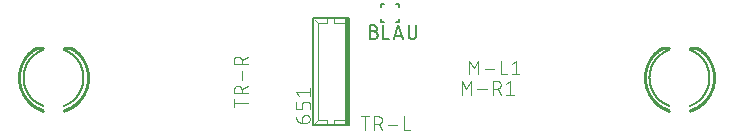
<source format=gbr>
G04 EAGLE Gerber RS-274X export*
G75*
%MOMM*%
%FSLAX34Y34*%
%LPD*%
%INSilkscreen Top*%
%IPPOS*%
%AMOC8*
5,1,8,0,0,1.08239X$1,22.5*%
G01*
%ADD10C,0.254000*%
%ADD11C,0.152400*%
%ADD12C,0.203200*%
%ADD13C,0.050800*%
%ADD14R,0.375000X9.000000*%
%ADD15C,0.101600*%
%ADD16C,0.127000*%


D10*
X555522Y100400D02*
X561110Y100400D01*
D11*
X578636Y98876D02*
X579218Y98658D01*
X579794Y98425D01*
X580364Y98178D01*
X580928Y97918D01*
X581486Y97643D01*
X582037Y97356D01*
X582580Y97054D01*
X583116Y96740D01*
X583644Y96412D01*
X584164Y96072D01*
X584676Y95719D01*
X585178Y95354D01*
X585672Y94976D01*
X586156Y94587D01*
X586630Y94185D01*
X587095Y93773D01*
X587549Y93349D01*
X587993Y92914D01*
X588426Y92468D01*
X588848Y92012D01*
X589259Y91546D01*
X589658Y91069D01*
X590045Y90583D01*
X590421Y90088D01*
X590784Y89584D01*
X591134Y89071D01*
X591472Y88550D01*
X591798Y88020D01*
X592110Y87483D01*
X592408Y86938D01*
X592694Y86386D01*
X592966Y85827D01*
X593224Y85262D01*
X593468Y84690D01*
X593698Y84113D01*
X593914Y83531D01*
X594116Y82943D01*
X594303Y82350D01*
X594475Y81753D01*
X594633Y81152D01*
X594777Y80548D01*
X594905Y79940D01*
X595018Y79329D01*
X595117Y78715D01*
X595200Y78099D01*
X595268Y77482D01*
X595322Y76863D01*
X595360Y76242D01*
X595382Y75621D01*
X595390Y75000D01*
X595382Y74379D01*
X595360Y73758D01*
X595322Y73137D01*
X595268Y72518D01*
X595200Y71901D01*
X595117Y71285D01*
X595018Y70671D01*
X594905Y70060D01*
X594777Y69452D01*
X594633Y68848D01*
X594475Y68247D01*
X594303Y67650D01*
X594116Y67057D01*
X593914Y66469D01*
X593698Y65887D01*
X593468Y65310D01*
X593224Y64738D01*
X592966Y64173D01*
X592694Y63614D01*
X592408Y63062D01*
X592110Y62517D01*
X591798Y61980D01*
X591472Y61450D01*
X591134Y60929D01*
X590784Y60416D01*
X590421Y59912D01*
X590045Y59417D01*
X589658Y58931D01*
X589259Y58454D01*
X588848Y57988D01*
X588426Y57532D01*
X587993Y57086D01*
X587549Y56651D01*
X587095Y56227D01*
X586630Y55815D01*
X586156Y55413D01*
X585672Y55024D01*
X585178Y54646D01*
X584676Y54281D01*
X584164Y53928D01*
X583644Y53588D01*
X583116Y53260D01*
X582580Y52946D01*
X582037Y52644D01*
X581486Y52357D01*
X580928Y52082D01*
X580364Y51822D01*
X579794Y51575D01*
X579218Y51342D01*
X578636Y51124D01*
D10*
X561366Y47066D02*
X560685Y47286D01*
X560010Y47522D01*
X559341Y47774D01*
X558678Y48043D01*
X558022Y48328D01*
X557374Y48629D01*
X556732Y48945D01*
X556099Y49278D01*
X555474Y49625D01*
X554858Y49988D01*
X554250Y50366D01*
X553653Y50758D01*
X553065Y51165D01*
X552487Y51587D01*
X551919Y52022D01*
X551363Y52471D01*
X550817Y52934D01*
X550283Y53409D01*
X549761Y53898D01*
X549251Y54399D01*
X548753Y54913D01*
X548268Y55439D01*
X547796Y55976D01*
X547338Y56525D01*
X546893Y57084D01*
X546461Y57655D01*
X546044Y58236D01*
X545641Y58827D01*
X545253Y59427D01*
X544880Y60037D01*
X544521Y60656D01*
X544178Y61283D01*
X543850Y61919D01*
X543538Y62563D01*
X543242Y63213D01*
X542961Y63871D01*
X542697Y64536D01*
X542450Y65207D01*
X542218Y65884D01*
X542004Y66566D01*
X541806Y67253D01*
X541625Y67945D01*
X541461Y68641D01*
X541314Y69341D01*
X541184Y70044D01*
X541071Y70750D01*
X540976Y71459D01*
X540898Y72170D01*
X540838Y72883D01*
X540795Y73597D01*
X540769Y74311D01*
X540761Y75027D01*
X540770Y75742D01*
X540797Y76456D01*
X540842Y77170D01*
X540904Y77883D01*
X540983Y78593D01*
X541079Y79302D01*
X541193Y80008D01*
X541324Y80711D01*
X541473Y81411D01*
X541638Y82106D01*
X541820Y82798D01*
X542020Y83485D01*
X542236Y84167D01*
X542468Y84843D01*
X542717Y85513D01*
X542982Y86177D01*
X543264Y86835D01*
X543561Y87485D01*
X543875Y88128D01*
X544204Y88763D01*
X544548Y89390D01*
X544908Y90008D01*
X545282Y90617D01*
X545672Y91217D01*
X546076Y91807D01*
X546494Y92387D01*
X546926Y92957D01*
X547373Y93516D01*
X547832Y94064D01*
X548305Y94600D01*
X548791Y95125D01*
X549290Y95638D01*
X549801Y96138D01*
X550324Y96626D01*
X550859Y97100D01*
X551405Y97562D01*
X551963Y98010D01*
X552531Y98444D01*
X553109Y98864D01*
X553698Y99270D01*
X554297Y99662D01*
X554905Y100038D01*
X555522Y100400D01*
X584482Y100406D02*
X585099Y100045D01*
X585707Y99668D01*
X586306Y99276D01*
X586894Y98870D01*
X587473Y98450D01*
X588041Y98015D01*
X588599Y97567D01*
X589145Y97106D01*
X589680Y96631D01*
X590203Y96143D01*
X590714Y95642D01*
X591213Y95130D01*
X591699Y94605D01*
X592172Y94068D01*
X592632Y93520D01*
X593078Y92961D01*
X593510Y92391D01*
X593928Y91811D01*
X594332Y91221D01*
X594722Y90621D01*
X595096Y90011D01*
X595456Y89393D01*
X595800Y88766D01*
X596129Y88131D01*
X596443Y87488D01*
X596740Y86837D01*
X597022Y86180D01*
X597287Y85516D01*
X597536Y84845D01*
X597769Y84169D01*
X597985Y83487D01*
X598184Y82800D01*
X598366Y82108D01*
X598531Y81412D01*
X598680Y80712D01*
X598811Y80009D01*
X598925Y79303D01*
X599021Y78594D01*
X599101Y77883D01*
X599162Y77171D01*
X599207Y76457D01*
X599234Y75742D01*
X599243Y75027D01*
X599235Y74312D01*
X599209Y73597D01*
X599166Y72883D01*
X599106Y72170D01*
X599028Y71459D01*
X598933Y70750D01*
X598820Y70044D01*
X598690Y69340D01*
X598543Y68640D01*
X598379Y67944D01*
X598198Y67252D01*
X598000Y66565D01*
X597785Y65882D01*
X597554Y65206D01*
X597306Y64535D01*
X597042Y63870D01*
X596762Y63212D01*
X596466Y62561D01*
X596153Y61917D01*
X595826Y61281D01*
X595482Y60654D01*
X595124Y60035D01*
X594750Y59425D01*
X594362Y58824D01*
X593959Y58233D01*
X593542Y57652D01*
X593111Y57081D01*
X592666Y56522D01*
X592207Y55973D01*
X591735Y55435D01*
X591250Y54909D01*
X590752Y54396D01*
X590242Y53894D01*
X589720Y53406D01*
X589186Y52930D01*
X588640Y52467D01*
X588084Y52018D01*
X587516Y51582D01*
X586938Y51161D01*
X586350Y50754D01*
X585752Y50361D01*
X585145Y49983D01*
X584528Y49620D01*
X583903Y49272D01*
X583270Y48940D01*
X582629Y48623D01*
X581980Y48322D01*
X581324Y48037D01*
X580661Y47768D01*
X579992Y47516D01*
X579317Y47279D01*
X578636Y47060D01*
D11*
X561364Y51124D02*
X560782Y51342D01*
X560206Y51575D01*
X559636Y51822D01*
X559072Y52082D01*
X558514Y52357D01*
X557963Y52644D01*
X557420Y52946D01*
X556884Y53260D01*
X556356Y53588D01*
X555836Y53928D01*
X555324Y54281D01*
X554822Y54646D01*
X554328Y55024D01*
X553844Y55413D01*
X553370Y55815D01*
X552905Y56227D01*
X552451Y56651D01*
X552007Y57086D01*
X551574Y57532D01*
X551152Y57988D01*
X550741Y58454D01*
X550342Y58931D01*
X549955Y59417D01*
X549579Y59912D01*
X549216Y60416D01*
X548866Y60929D01*
X548528Y61450D01*
X548202Y61980D01*
X547890Y62517D01*
X547592Y63062D01*
X547306Y63614D01*
X547034Y64173D01*
X546776Y64738D01*
X546532Y65310D01*
X546302Y65887D01*
X546086Y66469D01*
X545884Y67057D01*
X545697Y67650D01*
X545525Y68247D01*
X545367Y68848D01*
X545223Y69452D01*
X545095Y70060D01*
X544982Y70671D01*
X544883Y71285D01*
X544800Y71901D01*
X544732Y72518D01*
X544678Y73137D01*
X544640Y73758D01*
X544618Y74379D01*
X544610Y75000D01*
X544618Y75621D01*
X544640Y76242D01*
X544678Y76863D01*
X544732Y77482D01*
X544800Y78099D01*
X544883Y78715D01*
X544982Y79329D01*
X545095Y79940D01*
X545223Y80548D01*
X545367Y81152D01*
X545525Y81753D01*
X545697Y82350D01*
X545884Y82943D01*
X546086Y83531D01*
X546302Y84113D01*
X546532Y84690D01*
X546776Y85262D01*
X547034Y85827D01*
X547306Y86386D01*
X547592Y86938D01*
X547890Y87483D01*
X548202Y88020D01*
X548528Y88550D01*
X548866Y89071D01*
X549216Y89584D01*
X549579Y90088D01*
X549955Y90583D01*
X550342Y91069D01*
X550741Y91546D01*
X551152Y92012D01*
X551574Y92468D01*
X552007Y92914D01*
X552451Y93349D01*
X552905Y93773D01*
X553370Y94185D01*
X553844Y94587D01*
X554328Y94976D01*
X554822Y95354D01*
X555324Y95719D01*
X555836Y96072D01*
X556356Y96412D01*
X556884Y96740D01*
X557420Y97054D01*
X557963Y97356D01*
X558514Y97643D01*
X559072Y97918D01*
X559636Y98178D01*
X560206Y98425D01*
X560782Y98658D01*
X561364Y98876D01*
D10*
X578890Y100400D02*
X584478Y100400D01*
X31110Y100400D02*
X25522Y100400D01*
D11*
X48636Y98876D02*
X49218Y98658D01*
X49794Y98425D01*
X50364Y98178D01*
X50928Y97918D01*
X51486Y97643D01*
X52037Y97356D01*
X52580Y97054D01*
X53116Y96740D01*
X53644Y96412D01*
X54164Y96072D01*
X54676Y95719D01*
X55178Y95354D01*
X55672Y94976D01*
X56156Y94587D01*
X56630Y94185D01*
X57095Y93773D01*
X57549Y93349D01*
X57993Y92914D01*
X58426Y92468D01*
X58848Y92012D01*
X59259Y91546D01*
X59658Y91069D01*
X60045Y90583D01*
X60421Y90088D01*
X60784Y89584D01*
X61134Y89071D01*
X61472Y88550D01*
X61798Y88020D01*
X62110Y87483D01*
X62408Y86938D01*
X62694Y86386D01*
X62966Y85827D01*
X63224Y85262D01*
X63468Y84690D01*
X63698Y84113D01*
X63914Y83531D01*
X64116Y82943D01*
X64303Y82350D01*
X64475Y81753D01*
X64633Y81152D01*
X64777Y80548D01*
X64905Y79940D01*
X65018Y79329D01*
X65117Y78715D01*
X65200Y78099D01*
X65268Y77482D01*
X65322Y76863D01*
X65360Y76242D01*
X65382Y75621D01*
X65390Y75000D01*
X65382Y74379D01*
X65360Y73758D01*
X65322Y73137D01*
X65268Y72518D01*
X65200Y71901D01*
X65117Y71285D01*
X65018Y70671D01*
X64905Y70060D01*
X64777Y69452D01*
X64633Y68848D01*
X64475Y68247D01*
X64303Y67650D01*
X64116Y67057D01*
X63914Y66469D01*
X63698Y65887D01*
X63468Y65310D01*
X63224Y64738D01*
X62966Y64173D01*
X62694Y63614D01*
X62408Y63062D01*
X62110Y62517D01*
X61798Y61980D01*
X61472Y61450D01*
X61134Y60929D01*
X60784Y60416D01*
X60421Y59912D01*
X60045Y59417D01*
X59658Y58931D01*
X59259Y58454D01*
X58848Y57988D01*
X58426Y57532D01*
X57993Y57086D01*
X57549Y56651D01*
X57095Y56227D01*
X56630Y55815D01*
X56156Y55413D01*
X55672Y55024D01*
X55178Y54646D01*
X54676Y54281D01*
X54164Y53928D01*
X53644Y53588D01*
X53116Y53260D01*
X52580Y52946D01*
X52037Y52644D01*
X51486Y52357D01*
X50928Y52082D01*
X50364Y51822D01*
X49794Y51575D01*
X49218Y51342D01*
X48636Y51124D01*
D10*
X31366Y47066D02*
X30685Y47286D01*
X30010Y47522D01*
X29341Y47774D01*
X28678Y48043D01*
X28022Y48328D01*
X27374Y48629D01*
X26732Y48945D01*
X26099Y49278D01*
X25474Y49625D01*
X24858Y49988D01*
X24250Y50366D01*
X23653Y50758D01*
X23065Y51165D01*
X22487Y51587D01*
X21919Y52022D01*
X21363Y52471D01*
X20817Y52934D01*
X20283Y53409D01*
X19761Y53898D01*
X19251Y54399D01*
X18753Y54913D01*
X18268Y55439D01*
X17796Y55976D01*
X17338Y56525D01*
X16893Y57084D01*
X16461Y57655D01*
X16044Y58236D01*
X15641Y58827D01*
X15253Y59427D01*
X14880Y60037D01*
X14521Y60656D01*
X14178Y61283D01*
X13850Y61919D01*
X13538Y62563D01*
X13242Y63213D01*
X12961Y63871D01*
X12697Y64536D01*
X12450Y65207D01*
X12218Y65884D01*
X12004Y66566D01*
X11806Y67253D01*
X11625Y67945D01*
X11461Y68641D01*
X11314Y69341D01*
X11184Y70044D01*
X11071Y70750D01*
X10976Y71459D01*
X10898Y72170D01*
X10838Y72883D01*
X10795Y73597D01*
X10769Y74311D01*
X10761Y75027D01*
X10770Y75742D01*
X10797Y76456D01*
X10842Y77170D01*
X10904Y77883D01*
X10983Y78593D01*
X11079Y79302D01*
X11193Y80008D01*
X11324Y80711D01*
X11473Y81411D01*
X11638Y82106D01*
X11820Y82798D01*
X12020Y83485D01*
X12236Y84167D01*
X12468Y84843D01*
X12717Y85513D01*
X12982Y86177D01*
X13264Y86835D01*
X13561Y87485D01*
X13875Y88128D01*
X14204Y88763D01*
X14548Y89390D01*
X14908Y90008D01*
X15282Y90617D01*
X15672Y91217D01*
X16076Y91807D01*
X16494Y92387D01*
X16926Y92957D01*
X17373Y93516D01*
X17832Y94064D01*
X18305Y94600D01*
X18791Y95125D01*
X19290Y95638D01*
X19801Y96138D01*
X20324Y96626D01*
X20859Y97100D01*
X21405Y97562D01*
X21963Y98010D01*
X22531Y98444D01*
X23109Y98864D01*
X23698Y99270D01*
X24297Y99662D01*
X24905Y100038D01*
X25522Y100400D01*
X54482Y100406D02*
X55099Y100045D01*
X55707Y99668D01*
X56306Y99276D01*
X56894Y98870D01*
X57473Y98450D01*
X58041Y98015D01*
X58599Y97567D01*
X59145Y97106D01*
X59680Y96631D01*
X60203Y96143D01*
X60714Y95642D01*
X61213Y95130D01*
X61699Y94605D01*
X62172Y94068D01*
X62632Y93520D01*
X63078Y92961D01*
X63510Y92391D01*
X63928Y91811D01*
X64332Y91221D01*
X64722Y90621D01*
X65096Y90011D01*
X65456Y89393D01*
X65800Y88766D01*
X66129Y88131D01*
X66443Y87488D01*
X66740Y86837D01*
X67022Y86180D01*
X67287Y85516D01*
X67536Y84845D01*
X67769Y84169D01*
X67985Y83487D01*
X68184Y82800D01*
X68366Y82108D01*
X68531Y81412D01*
X68680Y80712D01*
X68811Y80009D01*
X68925Y79303D01*
X69021Y78594D01*
X69101Y77883D01*
X69162Y77171D01*
X69207Y76457D01*
X69234Y75742D01*
X69243Y75027D01*
X69235Y74312D01*
X69209Y73597D01*
X69166Y72883D01*
X69106Y72170D01*
X69028Y71459D01*
X68933Y70750D01*
X68820Y70044D01*
X68690Y69340D01*
X68543Y68640D01*
X68379Y67944D01*
X68198Y67252D01*
X68000Y66565D01*
X67785Y65882D01*
X67554Y65206D01*
X67306Y64535D01*
X67042Y63870D01*
X66762Y63212D01*
X66466Y62561D01*
X66153Y61917D01*
X65826Y61281D01*
X65482Y60654D01*
X65124Y60035D01*
X64750Y59425D01*
X64362Y58824D01*
X63959Y58233D01*
X63542Y57652D01*
X63111Y57081D01*
X62666Y56522D01*
X62207Y55973D01*
X61735Y55435D01*
X61250Y54909D01*
X60752Y54396D01*
X60242Y53894D01*
X59720Y53406D01*
X59186Y52930D01*
X58640Y52467D01*
X58084Y52018D01*
X57516Y51582D01*
X56938Y51161D01*
X56350Y50754D01*
X55752Y50361D01*
X55145Y49983D01*
X54528Y49620D01*
X53903Y49272D01*
X53270Y48940D01*
X52629Y48623D01*
X51980Y48322D01*
X51324Y48037D01*
X50661Y47768D01*
X49992Y47516D01*
X49317Y47279D01*
X48636Y47060D01*
D11*
X31364Y51124D02*
X30782Y51342D01*
X30206Y51575D01*
X29636Y51822D01*
X29072Y52082D01*
X28514Y52357D01*
X27963Y52644D01*
X27420Y52946D01*
X26884Y53260D01*
X26356Y53588D01*
X25836Y53928D01*
X25324Y54281D01*
X24822Y54646D01*
X24328Y55024D01*
X23844Y55413D01*
X23370Y55815D01*
X22905Y56227D01*
X22451Y56651D01*
X22007Y57086D01*
X21574Y57532D01*
X21152Y57988D01*
X20741Y58454D01*
X20342Y58931D01*
X19955Y59417D01*
X19579Y59912D01*
X19216Y60416D01*
X18866Y60929D01*
X18528Y61450D01*
X18202Y61980D01*
X17890Y62517D01*
X17592Y63062D01*
X17306Y63614D01*
X17034Y64173D01*
X16776Y64738D01*
X16532Y65310D01*
X16302Y65887D01*
X16086Y66469D01*
X15884Y67057D01*
X15697Y67650D01*
X15525Y68247D01*
X15367Y68848D01*
X15223Y69452D01*
X15095Y70060D01*
X14982Y70671D01*
X14883Y71285D01*
X14800Y71901D01*
X14732Y72518D01*
X14678Y73137D01*
X14640Y73758D01*
X14618Y74379D01*
X14610Y75000D01*
X14618Y75621D01*
X14640Y76242D01*
X14678Y76863D01*
X14732Y77482D01*
X14800Y78099D01*
X14883Y78715D01*
X14982Y79329D01*
X15095Y79940D01*
X15223Y80548D01*
X15367Y81152D01*
X15525Y81753D01*
X15697Y82350D01*
X15884Y82943D01*
X16086Y83531D01*
X16302Y84113D01*
X16532Y84690D01*
X16776Y85262D01*
X17034Y85827D01*
X17306Y86386D01*
X17592Y86938D01*
X17890Y87483D01*
X18202Y88020D01*
X18528Y88550D01*
X18866Y89071D01*
X19216Y89584D01*
X19579Y90088D01*
X19955Y90583D01*
X20342Y91069D01*
X20741Y91546D01*
X21152Y92012D01*
X21574Y92468D01*
X22007Y92914D01*
X22451Y93349D01*
X22905Y93773D01*
X23370Y94185D01*
X23844Y94587D01*
X24328Y94976D01*
X24822Y95354D01*
X25324Y95719D01*
X25836Y96072D01*
X26356Y96412D01*
X26884Y96740D01*
X27420Y97054D01*
X27963Y97356D01*
X28514Y97643D01*
X29072Y97918D01*
X29636Y98178D01*
X30206Y98425D01*
X30782Y98658D01*
X31364Y98876D01*
D10*
X48890Y100400D02*
X54478Y100400D01*
D12*
X290000Y125250D02*
X290000Y34750D01*
X290000Y125250D02*
X260000Y125250D01*
X260000Y34750D01*
X290000Y34750D01*
D13*
X277500Y35000D02*
X277500Y38750D01*
X287500Y38750D01*
X277500Y121250D02*
X277500Y125000D01*
X277500Y121250D02*
X287500Y121250D01*
X271250Y38750D02*
X271250Y35000D01*
X271250Y121250D02*
X271250Y125000D01*
X271250Y38750D02*
X263750Y38750D01*
X263750Y121250D01*
X271250Y121250D01*
X263750Y121250D02*
X261250Y123750D01*
X263750Y38750D02*
X261250Y36250D01*
D14*
X288125Y80000D03*
D15*
X250501Y40653D02*
X250501Y36758D01*
X250501Y40653D02*
X250503Y40752D01*
X250509Y40852D01*
X250518Y40951D01*
X250531Y41049D01*
X250548Y41147D01*
X250569Y41245D01*
X250594Y41341D01*
X250622Y41436D01*
X250654Y41530D01*
X250689Y41623D01*
X250728Y41715D01*
X250771Y41805D01*
X250816Y41893D01*
X250866Y41980D01*
X250918Y42064D01*
X250974Y42147D01*
X251032Y42227D01*
X251094Y42305D01*
X251159Y42380D01*
X251227Y42453D01*
X251297Y42523D01*
X251370Y42591D01*
X251445Y42656D01*
X251523Y42718D01*
X251603Y42776D01*
X251686Y42832D01*
X251770Y42884D01*
X251857Y42934D01*
X251945Y42979D01*
X252035Y43022D01*
X252127Y43061D01*
X252220Y43096D01*
X252314Y43128D01*
X252409Y43156D01*
X252505Y43181D01*
X252603Y43202D01*
X252701Y43219D01*
X252799Y43232D01*
X252898Y43241D01*
X252998Y43247D01*
X253097Y43249D01*
X253746Y43249D01*
X253746Y43250D02*
X253859Y43248D01*
X253972Y43242D01*
X254085Y43232D01*
X254198Y43218D01*
X254310Y43201D01*
X254421Y43179D01*
X254531Y43154D01*
X254641Y43124D01*
X254749Y43091D01*
X254856Y43054D01*
X254962Y43014D01*
X255066Y42969D01*
X255169Y42921D01*
X255270Y42870D01*
X255369Y42815D01*
X255466Y42757D01*
X255561Y42695D01*
X255654Y42630D01*
X255744Y42562D01*
X255832Y42491D01*
X255918Y42416D01*
X256001Y42339D01*
X256081Y42259D01*
X256158Y42176D01*
X256233Y42090D01*
X256304Y42002D01*
X256372Y41912D01*
X256437Y41819D01*
X256499Y41724D01*
X256557Y41627D01*
X256612Y41528D01*
X256663Y41427D01*
X256711Y41324D01*
X256756Y41220D01*
X256796Y41114D01*
X256833Y41007D01*
X256866Y40899D01*
X256896Y40789D01*
X256921Y40679D01*
X256943Y40568D01*
X256960Y40456D01*
X256974Y40343D01*
X256984Y40230D01*
X256990Y40117D01*
X256992Y40004D01*
X256990Y39891D01*
X256984Y39778D01*
X256974Y39665D01*
X256960Y39552D01*
X256943Y39440D01*
X256921Y39329D01*
X256896Y39219D01*
X256866Y39109D01*
X256833Y39001D01*
X256796Y38894D01*
X256756Y38788D01*
X256711Y38684D01*
X256663Y38581D01*
X256612Y38480D01*
X256557Y38381D01*
X256499Y38284D01*
X256437Y38189D01*
X256372Y38096D01*
X256304Y38006D01*
X256233Y37918D01*
X256158Y37832D01*
X256081Y37749D01*
X256001Y37669D01*
X255918Y37592D01*
X255832Y37517D01*
X255744Y37446D01*
X255654Y37378D01*
X255561Y37313D01*
X255466Y37251D01*
X255369Y37193D01*
X255270Y37138D01*
X255169Y37087D01*
X255066Y37039D01*
X254962Y36994D01*
X254856Y36954D01*
X254749Y36917D01*
X254641Y36884D01*
X254531Y36854D01*
X254421Y36829D01*
X254310Y36807D01*
X254198Y36790D01*
X254085Y36776D01*
X253972Y36766D01*
X253859Y36760D01*
X253746Y36758D01*
X250501Y36758D01*
X250358Y36760D01*
X250215Y36766D01*
X250072Y36776D01*
X249930Y36790D01*
X249788Y36807D01*
X249646Y36829D01*
X249505Y36854D01*
X249365Y36884D01*
X249226Y36917D01*
X249088Y36954D01*
X248951Y36995D01*
X248815Y37039D01*
X248680Y37088D01*
X248547Y37140D01*
X248415Y37195D01*
X248285Y37255D01*
X248156Y37318D01*
X248029Y37384D01*
X247905Y37454D01*
X247782Y37527D01*
X247661Y37604D01*
X247542Y37683D01*
X247426Y37767D01*
X247311Y37853D01*
X247200Y37942D01*
X247091Y38035D01*
X246984Y38130D01*
X246880Y38229D01*
X246779Y38330D01*
X246680Y38434D01*
X246585Y38540D01*
X246492Y38650D01*
X246403Y38761D01*
X246317Y38875D01*
X246234Y38992D01*
X246154Y39111D01*
X246077Y39232D01*
X246004Y39354D01*
X245934Y39479D01*
X245868Y39606D01*
X245805Y39735D01*
X245745Y39865D01*
X245690Y39997D01*
X245638Y40130D01*
X245589Y40265D01*
X245545Y40401D01*
X245504Y40538D01*
X245467Y40676D01*
X245434Y40815D01*
X245404Y40955D01*
X245379Y41096D01*
X245357Y41238D01*
X245340Y41380D01*
X245326Y41522D01*
X245316Y41665D01*
X245310Y41808D01*
X245308Y41951D01*
X256992Y48188D02*
X256992Y52083D01*
X256990Y52182D01*
X256984Y52282D01*
X256975Y52381D01*
X256962Y52479D01*
X256945Y52577D01*
X256924Y52675D01*
X256899Y52771D01*
X256871Y52866D01*
X256839Y52960D01*
X256804Y53053D01*
X256765Y53145D01*
X256722Y53235D01*
X256677Y53323D01*
X256627Y53410D01*
X256575Y53494D01*
X256519Y53577D01*
X256461Y53657D01*
X256399Y53735D01*
X256334Y53810D01*
X256266Y53883D01*
X256196Y53953D01*
X256123Y54021D01*
X256048Y54086D01*
X255970Y54148D01*
X255890Y54206D01*
X255807Y54262D01*
X255723Y54314D01*
X255636Y54364D01*
X255548Y54409D01*
X255458Y54452D01*
X255366Y54491D01*
X255273Y54526D01*
X255179Y54558D01*
X255084Y54586D01*
X254988Y54611D01*
X254890Y54632D01*
X254792Y54649D01*
X254694Y54662D01*
X254595Y54671D01*
X254495Y54677D01*
X254396Y54679D01*
X253097Y54679D01*
X252998Y54677D01*
X252898Y54671D01*
X252799Y54662D01*
X252701Y54649D01*
X252603Y54632D01*
X252505Y54611D01*
X252409Y54586D01*
X252314Y54558D01*
X252220Y54526D01*
X252127Y54491D01*
X252035Y54452D01*
X251945Y54409D01*
X251857Y54364D01*
X251770Y54314D01*
X251686Y54262D01*
X251603Y54206D01*
X251523Y54148D01*
X251445Y54086D01*
X251370Y54021D01*
X251297Y53953D01*
X251227Y53883D01*
X251159Y53810D01*
X251094Y53735D01*
X251032Y53657D01*
X250974Y53577D01*
X250918Y53494D01*
X250866Y53410D01*
X250816Y53323D01*
X250771Y53235D01*
X250728Y53145D01*
X250689Y53053D01*
X250654Y52960D01*
X250622Y52866D01*
X250594Y52771D01*
X250569Y52675D01*
X250548Y52577D01*
X250531Y52479D01*
X250518Y52381D01*
X250509Y52282D01*
X250503Y52182D01*
X250501Y52083D01*
X250501Y48188D01*
X245308Y48188D01*
X245308Y54679D01*
X247904Y59618D02*
X245308Y62863D01*
X256992Y62863D01*
X256992Y59618D02*
X256992Y66109D01*
D11*
X330080Y122380D02*
X332620Y122380D01*
X332620Y124920D01*
X317380Y124920D02*
X317380Y122380D01*
X319920Y122380D01*
X317380Y135080D02*
X317380Y137620D01*
X319920Y137620D01*
X330080Y137620D02*
X332620Y137620D01*
X332620Y135080D01*
D16*
X311235Y114125D02*
X308060Y114125D01*
X311235Y114125D02*
X311346Y114123D01*
X311456Y114117D01*
X311567Y114108D01*
X311677Y114094D01*
X311786Y114077D01*
X311895Y114056D01*
X312003Y114031D01*
X312110Y114002D01*
X312216Y113970D01*
X312321Y113934D01*
X312424Y113894D01*
X312526Y113851D01*
X312627Y113804D01*
X312726Y113753D01*
X312823Y113700D01*
X312917Y113643D01*
X313010Y113582D01*
X313101Y113519D01*
X313190Y113452D01*
X313276Y113382D01*
X313359Y113309D01*
X313441Y113234D01*
X313519Y113156D01*
X313594Y113074D01*
X313667Y112991D01*
X313737Y112905D01*
X313804Y112816D01*
X313867Y112725D01*
X313928Y112632D01*
X313985Y112537D01*
X314038Y112441D01*
X314089Y112342D01*
X314136Y112241D01*
X314179Y112139D01*
X314219Y112036D01*
X314255Y111931D01*
X314287Y111825D01*
X314316Y111718D01*
X314341Y111610D01*
X314362Y111501D01*
X314379Y111392D01*
X314393Y111282D01*
X314402Y111171D01*
X314408Y111061D01*
X314410Y110950D01*
X314408Y110839D01*
X314402Y110729D01*
X314393Y110618D01*
X314379Y110508D01*
X314362Y110399D01*
X314341Y110290D01*
X314316Y110182D01*
X314287Y110075D01*
X314255Y109969D01*
X314219Y109864D01*
X314179Y109761D01*
X314136Y109659D01*
X314089Y109558D01*
X314038Y109459D01*
X313985Y109362D01*
X313928Y109268D01*
X313867Y109175D01*
X313804Y109084D01*
X313737Y108995D01*
X313667Y108909D01*
X313594Y108826D01*
X313519Y108744D01*
X313441Y108666D01*
X313359Y108591D01*
X313276Y108518D01*
X313190Y108448D01*
X313101Y108381D01*
X313010Y108318D01*
X312917Y108257D01*
X312823Y108200D01*
X312726Y108147D01*
X312627Y108096D01*
X312526Y108049D01*
X312424Y108006D01*
X312321Y107966D01*
X312216Y107930D01*
X312110Y107898D01*
X312003Y107869D01*
X311895Y107844D01*
X311786Y107823D01*
X311677Y107806D01*
X311567Y107792D01*
X311456Y107783D01*
X311346Y107777D01*
X311235Y107775D01*
X308060Y107775D01*
X308060Y119205D01*
X311235Y119205D01*
X311335Y119203D01*
X311434Y119197D01*
X311534Y119187D01*
X311632Y119174D01*
X311731Y119156D01*
X311828Y119135D01*
X311924Y119110D01*
X312020Y119081D01*
X312114Y119048D01*
X312207Y119012D01*
X312298Y118972D01*
X312388Y118928D01*
X312476Y118881D01*
X312562Y118831D01*
X312646Y118777D01*
X312728Y118720D01*
X312807Y118660D01*
X312885Y118596D01*
X312959Y118530D01*
X313031Y118461D01*
X313100Y118389D01*
X313166Y118315D01*
X313230Y118237D01*
X313290Y118158D01*
X313347Y118076D01*
X313401Y117992D01*
X313451Y117906D01*
X313498Y117818D01*
X313542Y117728D01*
X313582Y117637D01*
X313618Y117544D01*
X313651Y117450D01*
X313680Y117354D01*
X313705Y117258D01*
X313726Y117161D01*
X313744Y117062D01*
X313757Y116964D01*
X313767Y116864D01*
X313773Y116765D01*
X313775Y116665D01*
X313773Y116565D01*
X313767Y116466D01*
X313757Y116366D01*
X313744Y116268D01*
X313726Y116169D01*
X313705Y116072D01*
X313680Y115976D01*
X313651Y115880D01*
X313618Y115786D01*
X313582Y115693D01*
X313542Y115602D01*
X313498Y115512D01*
X313451Y115424D01*
X313401Y115338D01*
X313347Y115254D01*
X313290Y115172D01*
X313230Y115093D01*
X313166Y115015D01*
X313100Y114941D01*
X313031Y114869D01*
X312959Y114800D01*
X312885Y114734D01*
X312807Y114670D01*
X312728Y114610D01*
X312646Y114553D01*
X312562Y114499D01*
X312476Y114449D01*
X312388Y114402D01*
X312298Y114358D01*
X312207Y114318D01*
X312114Y114282D01*
X312020Y114249D01*
X311924Y114220D01*
X311828Y114195D01*
X311731Y114174D01*
X311632Y114156D01*
X311534Y114143D01*
X311434Y114133D01*
X311335Y114127D01*
X311235Y114125D01*
X319324Y119205D02*
X319324Y107775D01*
X324404Y107775D01*
X328189Y107775D02*
X331999Y119205D01*
X335809Y107775D01*
X334857Y110633D02*
X329142Y110633D01*
X340635Y110950D02*
X340635Y119205D01*
X340635Y110950D02*
X340637Y110839D01*
X340643Y110729D01*
X340652Y110618D01*
X340666Y110508D01*
X340683Y110399D01*
X340704Y110290D01*
X340729Y110182D01*
X340758Y110075D01*
X340790Y109969D01*
X340826Y109864D01*
X340866Y109761D01*
X340909Y109659D01*
X340956Y109558D01*
X341007Y109459D01*
X341060Y109363D01*
X341117Y109268D01*
X341178Y109175D01*
X341241Y109084D01*
X341308Y108995D01*
X341378Y108909D01*
X341451Y108826D01*
X341526Y108744D01*
X341604Y108666D01*
X341686Y108591D01*
X341769Y108518D01*
X341855Y108448D01*
X341944Y108381D01*
X342035Y108318D01*
X342128Y108257D01*
X342223Y108200D01*
X342319Y108147D01*
X342418Y108096D01*
X342519Y108049D01*
X342621Y108006D01*
X342724Y107966D01*
X342829Y107930D01*
X342935Y107898D01*
X343042Y107869D01*
X343150Y107844D01*
X343259Y107823D01*
X343368Y107806D01*
X343478Y107792D01*
X343589Y107783D01*
X343699Y107777D01*
X343810Y107775D01*
X343921Y107777D01*
X344031Y107783D01*
X344142Y107792D01*
X344252Y107806D01*
X344361Y107823D01*
X344470Y107844D01*
X344578Y107869D01*
X344685Y107898D01*
X344791Y107930D01*
X344896Y107966D01*
X344999Y108006D01*
X345101Y108049D01*
X345202Y108096D01*
X345301Y108147D01*
X345397Y108200D01*
X345492Y108257D01*
X345585Y108318D01*
X345676Y108381D01*
X345765Y108448D01*
X345851Y108518D01*
X345934Y108591D01*
X346016Y108666D01*
X346094Y108744D01*
X346169Y108826D01*
X346242Y108909D01*
X346312Y108995D01*
X346379Y109084D01*
X346442Y109175D01*
X346503Y109268D01*
X346560Y109362D01*
X346613Y109459D01*
X346664Y109558D01*
X346711Y109659D01*
X346754Y109761D01*
X346794Y109864D01*
X346830Y109969D01*
X346862Y110075D01*
X346891Y110182D01*
X346916Y110290D01*
X346937Y110399D01*
X346954Y110508D01*
X346968Y110618D01*
X346977Y110729D01*
X346983Y110839D01*
X346985Y110950D01*
X346985Y119205D01*
D15*
X204492Y53754D02*
X192808Y53754D01*
X192808Y56999D02*
X192808Y50508D01*
X192808Y61631D02*
X204492Y61631D01*
X192808Y61631D02*
X192808Y64876D01*
X192810Y64989D01*
X192816Y65102D01*
X192826Y65215D01*
X192840Y65328D01*
X192857Y65440D01*
X192879Y65551D01*
X192904Y65661D01*
X192934Y65771D01*
X192967Y65879D01*
X193004Y65986D01*
X193044Y66092D01*
X193089Y66196D01*
X193137Y66299D01*
X193188Y66400D01*
X193243Y66499D01*
X193301Y66596D01*
X193363Y66691D01*
X193428Y66784D01*
X193496Y66874D01*
X193567Y66962D01*
X193642Y67048D01*
X193719Y67131D01*
X193799Y67211D01*
X193882Y67288D01*
X193968Y67363D01*
X194056Y67434D01*
X194146Y67502D01*
X194239Y67567D01*
X194334Y67629D01*
X194431Y67687D01*
X194530Y67742D01*
X194631Y67793D01*
X194734Y67841D01*
X194838Y67886D01*
X194944Y67926D01*
X195051Y67963D01*
X195159Y67996D01*
X195269Y68026D01*
X195379Y68051D01*
X195490Y68073D01*
X195602Y68090D01*
X195715Y68104D01*
X195828Y68114D01*
X195941Y68120D01*
X196054Y68122D01*
X196167Y68120D01*
X196280Y68114D01*
X196393Y68104D01*
X196506Y68090D01*
X196618Y68073D01*
X196729Y68051D01*
X196839Y68026D01*
X196949Y67996D01*
X197057Y67963D01*
X197164Y67926D01*
X197270Y67886D01*
X197374Y67841D01*
X197477Y67793D01*
X197578Y67742D01*
X197677Y67687D01*
X197774Y67629D01*
X197869Y67567D01*
X197962Y67502D01*
X198052Y67434D01*
X198140Y67363D01*
X198226Y67288D01*
X198309Y67211D01*
X198389Y67131D01*
X198466Y67048D01*
X198541Y66962D01*
X198612Y66874D01*
X198680Y66784D01*
X198745Y66691D01*
X198807Y66596D01*
X198865Y66499D01*
X198920Y66400D01*
X198971Y66299D01*
X199019Y66196D01*
X199064Y66092D01*
X199104Y65986D01*
X199141Y65879D01*
X199174Y65771D01*
X199204Y65661D01*
X199229Y65551D01*
X199251Y65440D01*
X199268Y65328D01*
X199282Y65215D01*
X199292Y65102D01*
X199298Y64989D01*
X199300Y64876D01*
X199299Y64876D02*
X199299Y61631D01*
X199299Y65525D02*
X204492Y68122D01*
X199948Y73100D02*
X199948Y80889D01*
X204492Y86396D02*
X192808Y86396D01*
X192808Y89641D01*
X192810Y89754D01*
X192816Y89867D01*
X192826Y89980D01*
X192840Y90093D01*
X192857Y90205D01*
X192879Y90316D01*
X192904Y90426D01*
X192934Y90536D01*
X192967Y90644D01*
X193004Y90751D01*
X193044Y90857D01*
X193089Y90961D01*
X193137Y91064D01*
X193188Y91165D01*
X193243Y91264D01*
X193301Y91361D01*
X193363Y91456D01*
X193428Y91549D01*
X193496Y91639D01*
X193567Y91727D01*
X193642Y91813D01*
X193719Y91896D01*
X193799Y91976D01*
X193882Y92053D01*
X193968Y92128D01*
X194056Y92199D01*
X194146Y92267D01*
X194239Y92332D01*
X194334Y92394D01*
X194431Y92452D01*
X194530Y92507D01*
X194631Y92558D01*
X194734Y92606D01*
X194838Y92651D01*
X194944Y92691D01*
X195051Y92728D01*
X195159Y92761D01*
X195269Y92791D01*
X195379Y92816D01*
X195490Y92838D01*
X195602Y92855D01*
X195715Y92869D01*
X195828Y92879D01*
X195941Y92885D01*
X196054Y92887D01*
X196167Y92885D01*
X196280Y92879D01*
X196393Y92869D01*
X196506Y92855D01*
X196618Y92838D01*
X196729Y92816D01*
X196839Y92791D01*
X196949Y92761D01*
X197057Y92728D01*
X197164Y92691D01*
X197270Y92651D01*
X197374Y92606D01*
X197477Y92558D01*
X197578Y92507D01*
X197677Y92452D01*
X197774Y92394D01*
X197869Y92332D01*
X197962Y92267D01*
X198052Y92199D01*
X198140Y92128D01*
X198226Y92053D01*
X198309Y91976D01*
X198389Y91896D01*
X198466Y91813D01*
X198541Y91727D01*
X198612Y91639D01*
X198680Y91549D01*
X198745Y91456D01*
X198807Y91361D01*
X198865Y91264D01*
X198920Y91165D01*
X198971Y91064D01*
X199019Y90961D01*
X199064Y90857D01*
X199104Y90751D01*
X199141Y90644D01*
X199174Y90536D01*
X199204Y90426D01*
X199229Y90316D01*
X199251Y90205D01*
X199268Y90093D01*
X199282Y89980D01*
X199292Y89867D01*
X199298Y89754D01*
X199300Y89641D01*
X199299Y89641D02*
X199299Y86396D01*
X199299Y90290D02*
X204492Y92887D01*
X303754Y42192D02*
X303754Y30508D01*
X300508Y42192D02*
X306999Y42192D01*
X311631Y42192D02*
X311631Y30508D01*
X311631Y42192D02*
X314876Y42192D01*
X314989Y42190D01*
X315102Y42184D01*
X315215Y42174D01*
X315328Y42160D01*
X315440Y42143D01*
X315551Y42121D01*
X315661Y42096D01*
X315771Y42066D01*
X315879Y42033D01*
X315986Y41996D01*
X316092Y41956D01*
X316196Y41911D01*
X316299Y41863D01*
X316400Y41812D01*
X316499Y41757D01*
X316596Y41699D01*
X316691Y41637D01*
X316784Y41572D01*
X316874Y41504D01*
X316962Y41433D01*
X317048Y41358D01*
X317131Y41281D01*
X317211Y41201D01*
X317288Y41118D01*
X317363Y41032D01*
X317434Y40944D01*
X317502Y40854D01*
X317567Y40761D01*
X317629Y40666D01*
X317687Y40569D01*
X317742Y40470D01*
X317793Y40369D01*
X317841Y40266D01*
X317886Y40162D01*
X317926Y40056D01*
X317963Y39949D01*
X317996Y39841D01*
X318026Y39731D01*
X318051Y39621D01*
X318073Y39510D01*
X318090Y39398D01*
X318104Y39285D01*
X318114Y39172D01*
X318120Y39059D01*
X318122Y38946D01*
X318120Y38833D01*
X318114Y38720D01*
X318104Y38607D01*
X318090Y38494D01*
X318073Y38382D01*
X318051Y38271D01*
X318026Y38161D01*
X317996Y38051D01*
X317963Y37943D01*
X317926Y37836D01*
X317886Y37730D01*
X317841Y37626D01*
X317793Y37523D01*
X317742Y37422D01*
X317687Y37323D01*
X317629Y37226D01*
X317567Y37131D01*
X317502Y37038D01*
X317434Y36948D01*
X317363Y36860D01*
X317288Y36774D01*
X317211Y36691D01*
X317131Y36611D01*
X317048Y36534D01*
X316962Y36459D01*
X316874Y36388D01*
X316784Y36320D01*
X316691Y36255D01*
X316596Y36193D01*
X316499Y36135D01*
X316400Y36080D01*
X316299Y36029D01*
X316196Y35981D01*
X316092Y35936D01*
X315986Y35896D01*
X315879Y35859D01*
X315771Y35826D01*
X315661Y35796D01*
X315551Y35771D01*
X315440Y35749D01*
X315328Y35732D01*
X315215Y35718D01*
X315102Y35708D01*
X314989Y35702D01*
X314876Y35700D01*
X314876Y35701D02*
X311631Y35701D01*
X315525Y35701D02*
X318122Y30508D01*
X323100Y35052D02*
X330889Y35052D01*
X336345Y30508D02*
X336345Y42192D01*
X336345Y30508D02*
X341537Y30508D01*
X385508Y60508D02*
X385508Y72192D01*
X389403Y65701D01*
X393297Y72192D01*
X393297Y60508D01*
X398843Y65052D02*
X406632Y65052D01*
X412139Y60508D02*
X412139Y72192D01*
X415384Y72192D01*
X415497Y72190D01*
X415610Y72184D01*
X415723Y72174D01*
X415836Y72160D01*
X415948Y72143D01*
X416059Y72121D01*
X416169Y72096D01*
X416279Y72066D01*
X416387Y72033D01*
X416494Y71996D01*
X416600Y71956D01*
X416704Y71911D01*
X416807Y71863D01*
X416908Y71812D01*
X417007Y71757D01*
X417104Y71699D01*
X417199Y71637D01*
X417292Y71572D01*
X417382Y71504D01*
X417470Y71433D01*
X417556Y71358D01*
X417639Y71281D01*
X417719Y71201D01*
X417796Y71118D01*
X417871Y71032D01*
X417942Y70944D01*
X418010Y70854D01*
X418075Y70761D01*
X418137Y70666D01*
X418195Y70569D01*
X418250Y70470D01*
X418301Y70369D01*
X418349Y70266D01*
X418394Y70162D01*
X418434Y70056D01*
X418471Y69949D01*
X418504Y69841D01*
X418534Y69731D01*
X418559Y69621D01*
X418581Y69510D01*
X418598Y69398D01*
X418612Y69285D01*
X418622Y69172D01*
X418628Y69059D01*
X418630Y68946D01*
X418628Y68833D01*
X418622Y68720D01*
X418612Y68607D01*
X418598Y68494D01*
X418581Y68382D01*
X418559Y68271D01*
X418534Y68161D01*
X418504Y68051D01*
X418471Y67943D01*
X418434Y67836D01*
X418394Y67730D01*
X418349Y67626D01*
X418301Y67523D01*
X418250Y67422D01*
X418195Y67323D01*
X418137Y67226D01*
X418075Y67131D01*
X418010Y67038D01*
X417942Y66948D01*
X417871Y66860D01*
X417796Y66774D01*
X417719Y66691D01*
X417639Y66611D01*
X417556Y66534D01*
X417470Y66459D01*
X417382Y66388D01*
X417292Y66320D01*
X417199Y66255D01*
X417104Y66193D01*
X417007Y66135D01*
X416908Y66080D01*
X416807Y66029D01*
X416704Y65981D01*
X416600Y65936D01*
X416494Y65896D01*
X416387Y65859D01*
X416279Y65826D01*
X416169Y65796D01*
X416059Y65771D01*
X415948Y65749D01*
X415836Y65732D01*
X415723Y65718D01*
X415610Y65708D01*
X415497Y65702D01*
X415384Y65700D01*
X415384Y65701D02*
X412139Y65701D01*
X416033Y65701D02*
X418630Y60508D01*
X423495Y69596D02*
X426741Y72192D01*
X426741Y60508D01*
X429986Y60508D02*
X423495Y60508D01*
X391919Y77808D02*
X391919Y89492D01*
X395813Y83001D01*
X399708Y89492D01*
X399708Y77808D01*
X405254Y82352D02*
X413043Y82352D01*
X418499Y77808D02*
X418499Y89492D01*
X418499Y77808D02*
X423691Y77808D01*
X428001Y86896D02*
X431246Y89492D01*
X431246Y77808D01*
X428001Y77808D02*
X434492Y77808D01*
M02*

</source>
